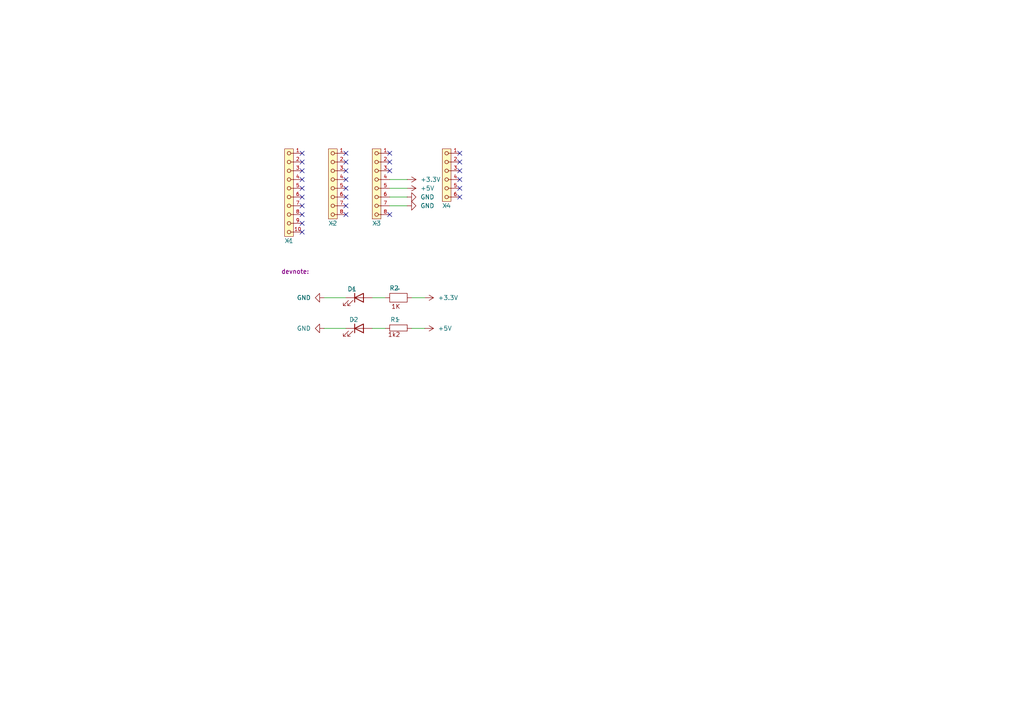
<source format=kicad_sch>
(kicad_sch (version 20231120) (generator "eeschema") (generator_version "8.0")
  (paper "A4")
  (lib_symbols
    (symbol "CON_1x10_THT_1"
      (property "Reference" "X" (at 0.508 26.416 0))
      (symbol "CON_1x10_THT_1_0_0"
        (rectangle (start 0 0) (end 2.54 25.4) (stroke (width 0.127)) (fill (type background)))
        (pin passive line (at 5.08 1.27 180) (length 2.54) (name "~") (number "1"))
        (pin passive line (at 5.08 24.13 180) (length 2.54) (name "~") (number "10"))
        (pin passive line (at 5.08 3.81 180) (length 2.54) (name "~") (number "2"))
        (pin passive line (at 5.08 6.35 180) (length 2.54) (name "~") (number "3"))
        (pin passive line (at 5.08 8.89 180) (length 2.54) (name "~") (number "4"))
        (pin passive line (at 5.08 11.43 180) (length 2.54) (name "~") (number "5"))
        (pin passive line (at 5.08 13.97 180) (length 2.54) (name "~") (number "6"))
        (pin passive line (at 5.08 16.51 180) (length 2.54) (name "~") (number "7"))
        (pin passive line (at 5.08 19.05 180) (length 2.54) (name "~") (number "8"))
        (pin passive line (at 5.08 21.59 180) (length 2.54) (name "~") (number "9"))
      )
      (symbol "CON_1x10_THT_1_0_1"
        (polyline (pts (xy 1.778 1.27) (xy 2.54 1.27)))
        (polyline (pts (xy 1.778 3.81) (xy 2.54 3.81)))
        (polyline (pts (xy 1.778 6.35) (xy 2.54 6.35)))
        (polyline (pts (xy 1.778 8.89) (xy 2.54 8.89)))
        (polyline (pts (xy 1.778 11.43) (xy 2.54 11.43)))
        (polyline (pts (xy 1.778 13.97) (xy 2.54 13.97)))
        (polyline (pts (xy 1.778 16.51) (xy 2.54 16.51)))
        (polyline (pts (xy 1.778 19.05) (xy 2.54 19.05)))
        (polyline (pts (xy 1.778 21.59) (xy 2.54 21.59)))
        (polyline (pts (xy 1.778 24.13) (xy 2.54 24.13)))
        (circle (center 1.27 1.27) (radius 0.508) (stroke (width 0.1524)))
        (circle (center 1.27 3.81) (radius 0.508) (stroke (width 0.1524)))
        (circle (center 1.27 6.35) (radius 0.508) (stroke (width 0.1524)))
        (circle (center 1.27 8.89) (radius 0.508) (stroke (width 0.1524)))
        (circle (center 1.27 11.43) (radius 0.508) (stroke (width 0.1524)))
        (circle (center 1.27 13.97) (radius 0.508) (stroke (width 0.1524)))
        (circle (center 1.27 16.51) (radius 0.508) (stroke (width 0.1524)))
        (circle (center 1.27 19.05) (radius 0.508) (stroke (width 0.1524)))
        (circle (center 1.27 21.59) (radius 0.508) (stroke (width 0.1524)))
        (circle (center 1.27 24.13) (radius 0.508) (stroke (width 0.1524)))
      )
    )
    (symbol "db_connectors:CON_1x06_THT"
      (property "Reference" "X" (at 0.508 16.002 0))
      (symbol "CON_1x06_THT_0_0"
        (rectangle (start 0 15.24) (end 2.54 0) (stroke (width 0.127)) (fill (type background)))
        (pin passive line (at 5.08 1.27 180) (length 2.54) (name "~") (number "1"))
        (pin passive line (at 5.08 3.81 180) (length 2.54) (name "~") (number "2"))
        (pin passive line (at 5.08 6.35 180) (length 2.54) (name "~") (number "3"))
        (pin passive line (at 5.08 8.89 180) (length 2.54) (name "~") (number "4"))
        (pin passive line (at 5.08 11.43 180) (length 2.54) (name "~") (number "5"))
        (pin passive line (at 5.08 13.97 180) (length 2.54) (name "~") (number "6"))
      )
      (symbol "CON_1x06_THT_0_1"
        (polyline (pts (xy 1.778 1.27) (xy 2.54 1.27)))
        (polyline (pts (xy 1.778 3.81) (xy 2.54 3.81)))
        (polyline (pts (xy 1.778 6.35) (xy 2.54 6.35)))
        (polyline (pts (xy 1.778 8.89) (xy 2.54 8.89)))
        (polyline (pts (xy 1.778 11.43) (xy 2.54 11.43)))
        (polyline (pts (xy 1.778 13.97) (xy 2.54 13.97)))
        (circle (center 1.27 1.27) (radius 0.508) (stroke (width 0.1524)))
        (circle (center 1.27 3.81) (radius 0.508) (stroke (width 0.1524)))
        (circle (center 1.27 6.35) (radius 0.508) (stroke (width 0.1524)))
        (circle (center 1.27 8.89) (radius 0.508) (stroke (width 0.1524)))
        (circle (center 1.27 11.43) (radius 0.508) (stroke (width 0.1524)))
        (circle (center 1.27 13.97) (radius 0.508) (stroke (width 0.1524)))
      )
    )
    (symbol "db_connectors:CON_1x08_THT"
      (property "Reference" "X" (at 0.508 21.336 0))
      (symbol "CON_1x08_THT_0_0"
        (rectangle (start 0 20.32) (end 2.54 0) (stroke (width 0.127)) (fill (type background)))
        (pin passive line (at 5.08 1.27 180) (length 2.54) (name "~") (number "1"))
        (pin passive line (at 5.08 3.81 180) (length 2.54) (name "~") (number "2"))
        (pin passive line (at 5.08 6.35 180) (length 2.54) (name "~") (number "3"))
        (pin passive line (at 5.08 8.89 180) (length 2.54) (name "~") (number "4"))
        (pin passive line (at 5.08 11.43 180) (length 2.54) (name "~") (number "5"))
        (pin passive line (at 5.08 13.97 180) (length 2.54) (name "~") (number "6"))
        (pin passive line (at 5.08 16.51 180) (length 2.54) (name "~") (number "7"))
        (pin passive line (at 5.08 19.05 180) (length 2.54) (name "~") (number "8"))
      )
      (symbol "CON_1x08_THT_0_1"
        (polyline (pts (xy 1.778 1.27) (xy 2.54 1.27)))
        (polyline (pts (xy 1.778 3.81) (xy 2.54 3.81)))
        (polyline (pts (xy 1.778 6.35) (xy 2.54 6.35)))
        (polyline (pts (xy 1.778 8.89) (xy 2.54 8.89)))
        (polyline (pts (xy 1.778 11.43) (xy 2.54 11.43)))
        (polyline (pts (xy 1.778 13.97) (xy 2.54 13.97)))
        (polyline (pts (xy 1.778 16.51) (xy 2.54 16.51)))
        (polyline (pts (xy 1.778 19.05) (xy 2.54 19.05)))
        (circle (center 1.27 1.27) (radius 0.508) (stroke (width 0.1524)))
        (circle (center 1.27 3.81) (radius 0.508) (stroke (width 0.1524)))
        (circle (center 1.27 6.35) (radius 0.508) (stroke (width 0.1524)))
        (circle (center 1.27 8.89) (radius 0.508) (stroke (width 0.1524)))
        (circle (center 1.27 11.43) (radius 0.508) (stroke (width 0.1524)))
        (circle (center 1.27 13.97) (radius 0.508) (stroke (width 0.1524)))
        (circle (center 1.27 16.51) (radius 0.508) (stroke (width 0.1524)))
        (circle (center 1.27 19.05) (radius 0.508) (stroke (width 0.1524)))
      )
    )
    (symbol "db_leds:LED_red_0805" (pin_numbers hide)
      (property "Reference" "D" (at 8.128 4.318 0))
      (symbol "LED_red_0805_0_1"
        (polyline (pts (xy 7.62 0) (xy 7.62 2.54)) (stroke (width 0.254)))
        (polyline (pts (xy 7.62 1.27) (xy 10.16 1.27)))
        (polyline (pts (xy 10.16 0) (xy 10.16 2.54) (xy 7.62 1.27) (xy 10.16 0)) (stroke (width 0.254)))
        (polyline (pts (xy 5.842 0.508) (xy 4.318 -1.016) (xy 5.08 -1.016) (xy 4.318 -1.016) (xy 4.318 -0.254)))
        (polyline (pts (xy 7.112 0.508) (xy 5.588 -1.016) (xy 6.35 -1.016) (xy 5.588 -1.016) (xy 5.588 -0.254)))
      )
      (symbol "LED_red_0805_1_1"
        (pin passive line (at 12.7 1.27 180) (length 2.54) (name "") (number "A"))
        (pin passive line (at 5.08 1.27 0) (length 2.54) (name "") (number "K"))
      )
    )
    (symbol "db_resistors:RES_1k2_0805" (pin_numbers hide)
      (property "Reference" "R" (at 7.112 4.572 0))
      (symbol "RES_1k2_0805_0_1"
        (rectangle (start 6.35 1.778) (end 11.43 1.778))
        (rectangle (start 6.35 3.556) (end 6.35 1.778))
        (rectangle (start 11.43 1.778) (end 11.43 3.556))
      )
      (symbol "RES_1k2_0805_1_1"
        (rectangle (start 6.35 3.556) (end 11.43 3.556))
        (text "1k2" (at 7.62 0.762 0) (effects (font (size 1.27 1.27))))
        (pin passive line (at 5.08 2.54 0) (length 1.27) (name "~") (number "1"))
        (pin passive line (at 12.7 2.54 180) (length 1.27) (name "~") (number "2"))
      )
    )
    (symbol "db_resistors:RES_1k_0805" (pin_numbers hide)
      (property "Reference" "R" (at -2.032 2.286 0))
      (symbol "RES_1k_0805_1_1"
        (rectangle (start -2.54 1.27) (end 2.54 -1.27))
        (text "1K\n" (at -0.762 -2.54 0) (effects (font (size 1.27 1.27))))
        (pin passive line (at -3.81 0 0) (length 1.27) (name "~") (number "1"))
        (pin passive line (at 3.81 0 180) (length 1.27) (name "~") (number "2"))
      )
    )
    (symbol "power:+3.3V" (power) (pin_numbers hide) (pin_names (offset 0) hide)
      (property "Value" "+3.3V" (at 0 3.556 0))
      (symbol "+3.3V_0_1"
        (polyline (pts (xy -0.762 1.27) (xy 0 2.54)))
        (polyline (pts (xy 0 0) (xy 0 2.54)))
        (polyline (pts (xy 0 2.54) (xy 0.762 1.27)))
      )
      (symbol "+3.3V_1_1"
        (pin power_in line (at 0 0 90) (length 0) (name "~") (number "1"))
      )
    )
    (symbol "power:+5V" (power) (pin_numbers hide) (pin_names (offset 0) hide)
      (property "Value" "+5V" (at 0 3.556 0))
      (symbol "+5V_0_1"
        (polyline (pts (xy -0.762 1.27) (xy 0 2.54)))
        (polyline (pts (xy 0 0) (xy 0 2.54)))
        (polyline (pts (xy 0 2.54) (xy 0.762 1.27)))
      )
      (symbol "+5V_1_1"
        (pin power_in line (at 0 0 90) (length 0) (name "~") (number "1"))
      )
    )
    (symbol "power:GND" (power) (pin_numbers hide) (pin_names (offset 0) hide)
      (property "Value" "GND" (at 0 -3.81 0))
      (symbol "GND_0_1"
        (polyline (pts (xy 0 0) (xy 0 -1.27) (xy 1.27 -1.27) (xy 0 -2.54) (xy -1.27 -1.27) (xy 0 -1.27)))
      )
      (symbol "GND_1_1"
        (pin power_in line (at 0 0 270) (length 0) (name "~") (number "1"))
      )
    )
  )
  (no_connect (at 113.03 62.23))
  (no_connect (at 133.35 54.61))
  (no_connect (at 100.33 57.15))
  (no_connect (at 113.03 46.99))
  (no_connect (at 87.63 44.45))
  (no_connect (at 133.35 49.53))
  (no_connect (at 87.63 52.07))
  (no_connect (at 133.35 44.45))
  (no_connect (at 100.33 49.53))
  (no_connect (at 87.63 59.69))
  (no_connect (at 133.35 57.15))
  (no_connect (at 100.33 44.45))
  (no_connect (at 87.63 67.31))
  (no_connect (at 133.35 52.07))
  (no_connect (at 87.63 64.77))
  (no_connect (at 100.33 54.61))
  (no_connect (at 113.03 49.53))
  (no_connect (at 100.33 59.69))
  (no_connect (at 100.33 52.07))
  (no_connect (at 87.63 46.99))
  (no_connect (at 87.63 57.15))
  (no_connect (at 87.63 49.53))
  (no_connect (at 87.63 54.61))
  (no_connect (at 100.33 46.99))
  (no_connect (at 113.03 44.45))
  (no_connect (at 100.33 62.23))
  (no_connect (at 133.35 46.99))
  (no_connect (at 87.63 62.23))
  (wire (pts (xy 93.98 86.36) (xy 100.33 86.36)))
  (wire (pts (xy 113.03 52.07) (xy 118.11 52.07)))
  (wire (pts (xy 113.03 57.15) (xy 118.11 57.15)))
  (wire (pts (xy 113.03 54.61) (xy 118.11 54.61)))
  (wire (pts (xy 93.98 95.25) (xy 100.33 95.25)))
  (wire (pts (xy 119.38 95.25) (xy 123.19 95.25)))
  (wire (pts (xy 107.95 86.36) (xy 111.76 86.36)))
  (wire (pts (xy 119.38 86.36) (xy 123.19 86.36)))
  (wire (pts (xy 113.03 59.69) (xy 118.11 59.69)))
  (wire (pts (xy 107.95 95.25) (xy 111.76 95.25)))
  (symbol (lib_name "CON_1x10_THT_1") (lib_id "db_connectors:CON_1x10_THT") (at 82.55 43.18 0) (mirror x) (unit 1)
    (property "Reference" "X1" (at 83.82 69.85 0))
    (property "Value" "~" (at 83.82 69.85 0))
    (property "Footprint" "Footprints:CON_61301011121" (effects (hide yes)))
    (property "Manufacturer" "Wurth Elektronik" (effects (hide yes)))
    (property "Manufacturer Part Number" "61301011121" (effects (hide yes)))
    (property "Alternative allowed" "yes" (effects (hide yes)))
  )
  (symbol (lib_id "db_leds:LED_red_0805") (at 95.25 96.52 0) (unit 1)
    (property "Reference" "D2" (at 102.616 92.71 0))
    (property "Value" "~" (at 102.5525 92.71 0))
    (property "Footprint" "LED_0805" (effects (hide yes)))
    (property "Manufacturer" "Wurth Elektronik" (effects (hide yes)))
    (property "Manufacturer Part Number" "150080RS75000" (effects (hide yes)))
    (property "JLC" "C84256" (effects (hide yes)))
  )
  (symbol (lib_id "power:GND") (at 93.98 95.25 270) (unit 1)
    (property "Reference" "#PWR02" (effects (hide yes)))
    (property "Value" "GND" (at 90.17 95.25 90) (effects (justify right)))
    (property "Description" "Power symbol creates a global label with name \"GND\" , ground" (effects (hide yes)))
  )
  (symbol (lib_id "power:GND") (at 118.11 59.69 90) (unit 1)
    (property "Reference" "#PWR06" (effects (hide yes)))
    (property "Value" "GND" (at 121.92 59.69 90) (effects (justify right)))
    (property "Description" "Power symbol creates a global label with name \"GND\" , ground" (effects (hide yes)))
  )
  (symbol (lib_id "power:+3.3V") (at 123.19 86.36 270) (unit 1)
    (property "Reference" "#PWR07" (effects (hide yes)))
    (property "Value" "+3.3V" (at 127 86.36 90) (effects (justify left)))
    (property "Description" "Power symbol creates a global label with name \"+3.3V\"" (effects (hide yes)))
  )
  (symbol (lib_id "db_resistors:RES_1k_0805") (at 115.57 86.36 0) (unit 1)
    (property "Reference" "R2" (at 114.3 83.566 0))
    (property "Value" "~" (at 115.57 83.82 0))
    (property "Footprint" "RES_0805" (effects (hide yes)))
    (property "Manufacturer" "CRCW08051K00FKEA" (effects (hide yes)))
    (property "Manufacturer Part Number" "Vishay / Dale" (effects (hide yes)))
    (property "JLC" "C17513" (effects (hide yes)))
  )
  (symbol (lib_id "power:+5V") (at 118.11 54.61 270) (unit 1)
    (property "Reference" "#PWR04" (effects (hide yes)))
    (property "Value" "+5V" (at 121.92 54.61 90) (effects (justify left)))
    (property "Description" "Power symbol creates a global label with name \"+5V\"" (effects (hide yes)))
  )
  (symbol (lib_id "db_leds:LED_red_0805") (at 95.25 87.63 0) (unit 1)
    (property "Reference" "D1" (at 102.108 83.82 0))
    (property "Value" "~" (at 102.5525 83.82 0))
    (property "Footprint" "LED_0805" (effects (hide yes)))
    (property "Manufacturer" "Wurth Elektronik" (effects (hide yes)))
    (property "Manufacturer Part Number" "150080RS75000" (effects (hide yes)))
    (property "JLC" "C84256" (effects (hide yes)))
  )
  (symbol (lib_id "power:GND") (at 118.11 57.15 90) (unit 1)
    (property "Reference" "#PWR05" (effects (hide yes)))
    (property "Value" "GND" (at 121.92 57.15 90) (effects (justify right)))
    (property "Description" "Power symbol creates a global label with name \"GND\" , ground" (effects (hide yes)))
  )
  (symbol (lib_id "power:+5V") (at 123.19 95.25 270) (unit 1)
    (property "Reference" "#PWR08" (effects (hide yes)))
    (property "Value" "+5V" (at 127 95.25 90) (effects (justify left)))
    (property "Description" "Power symbol creates a global label with name \"+5V\"" (effects (hide yes)))
  )
  (symbol (lib_id "power:GND") (at 93.98 86.36 270) (unit 1)
    (property "Reference" "#PWR01" (effects (hide yes)))
    (property "Value" "GND" (at 90.17 86.36 90) (effects (justify right)))
    (property "Description" "Power symbol creates a global label with name \"GND\" , ground" (effects (hide yes)))
  )
  (symbol (lib_id "db_connectors:CON_1x08_THT") (at 107.95 43.18 0) (mirror x) (unit 1)
    (property "Reference" "X3" (at 109.22 64.77 0))
    (property "Value" "~" (at 109.22 64.77 0))
    (property "Footprint" "Footprints:CON_61300811121" (effects (hide yes)))
    (property "Manufacturer" "Wurth Elektronik" (effects (hide yes)))
    (property "Manufacturer Part Number" "61300811121" (effects (hide yes)))
    (property "Alternative allowed" "yes" (effects (hide yes)))
  )
  (symbol (lib_id "db_connectors:CON_1x08_THT") (at 95.25 43.18 0) (mirror x) (unit 1)
    (property "Reference" "X2" (at 96.52 64.77 0))
    (property "Value" "~" (at 96.52 64.77 0))
    (property "Footprint" "Footprints:CON_61300811121" (effects (hide yes)))
    (property "Manufacturer" "Wurth Elektronik" (effects (hide yes)))
    (property "Manufacturer Part Number" "61300811121" (effects (hide yes)))
    (property "Alternative allowed" "yes" (effects (hide yes)))
  )
  (symbol (lib_id "db_resistors:RES_1k2_0805") (at 106.68 97.79 0) (unit 1)
    (property "Reference" "R1" (at 114.554 92.71 0))
    (property "Value" "~" (at 115.4885 92.71 0))
    (property "Footprint" "RES_0805" (effects (hide yes)))
    (property "Manufacturer" "AC0805FR-071K2L" (effects (hide yes)))
    (property "Manufacturer Part Number" "YAGEO" (effects (hide yes)))
    (property "JLC" "C17379" (effects (hide yes)))
    (property "Alternative Allowed" "yes" (effects (hide yes)))
  )
  (symbol (lib_id "power:+3.3V") (at 118.11 52.07 270) (unit 1)
    (property "Reference" "#PWR03" (effects (hide yes)))
    (property "Value" "+3.3V" (at 121.92 52.07 90) (effects (justify left)))
    (property "Description" "Power symbol creates a global label with name \"+3.3V\"" (effects (hide yes)))
  )
  (symbol (lib_id "db_connectors:CON_1x06_THT") (at 128.27 43.18 0) (mirror x) (unit 1)
    (property "Reference" "X4" (at 129.54 59.69 0))
    (property "Value" "~" (at 129.54 59.69 0))
    (property "Footprint" "Footprints:CON_61300611121" (effects (hide yes)))
    (property "Manufacturer" "Wurth Elektronik" (effects (hide yes)))
    (property "Manufacturer Part Number" "61300611121" (effects (hide yes)))
    (property "Alternative allowed" "yes" (effects (hide yes)))
  )
)
</source>
